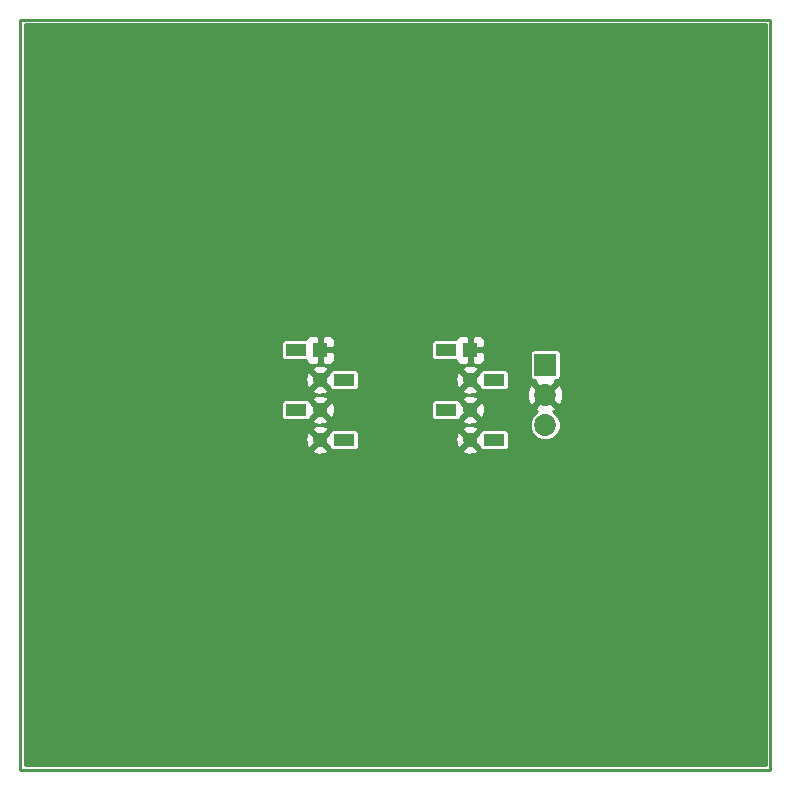
<source format=gbl>
G04 (created by PCBNEW-RS274X (20100406 SVN-R2509)-final) date Tue 04 May 2010 03:45:42 PM PDT*
G01*
G70*
G90*
%MOIN*%
G04 Gerber Fmt 3.4, Leading zero omitted, Abs format*
%FSLAX34Y34*%
G04 APERTURE LIST*
%ADD10C,0.001000*%
%ADD11C,0.009000*%
%ADD12R,0.050000X0.050000*%
%ADD13C,0.050000*%
%ADD14R,0.070000X0.040000*%
%ADD15C,0.073000*%
%ADD16R,0.073000X0.073000*%
%ADD17C,0.010000*%
G04 APERTURE END LIST*
G54D10*
G54D11*
X71000Y-28500D02*
X46000Y-28500D01*
X71000Y-53500D02*
X71000Y-28500D01*
X46000Y-53500D02*
X71000Y-53500D01*
X46000Y-28500D02*
X46000Y-53500D01*
G54D12*
X61000Y-39500D03*
G54D13*
X61000Y-40500D03*
X61000Y-41500D03*
X61000Y-42500D03*
G54D14*
X60200Y-39500D03*
X61800Y-40500D03*
X60200Y-41500D03*
X61800Y-42500D03*
G54D12*
X56000Y-39500D03*
G54D13*
X56000Y-40500D03*
X56000Y-41500D03*
X56000Y-42500D03*
G54D14*
X55200Y-39500D03*
X56800Y-40500D03*
X55200Y-41500D03*
X56800Y-42500D03*
G54D15*
X63500Y-41000D03*
X63500Y-42000D03*
G54D16*
X63500Y-40000D03*
G54D17*
X46145Y-28645D02*
X70855Y-28645D01*
X46145Y-28725D02*
X70855Y-28725D01*
X46145Y-28805D02*
X70855Y-28805D01*
X46145Y-28885D02*
X70855Y-28885D01*
X46145Y-28965D02*
X70855Y-28965D01*
X46145Y-29045D02*
X70855Y-29045D01*
X46145Y-29125D02*
X70855Y-29125D01*
X46145Y-29205D02*
X70855Y-29205D01*
X46145Y-29285D02*
X70855Y-29285D01*
X46145Y-29365D02*
X70855Y-29365D01*
X46145Y-29445D02*
X70855Y-29445D01*
X46145Y-29525D02*
X70855Y-29525D01*
X46145Y-29605D02*
X70855Y-29605D01*
X46145Y-29685D02*
X70855Y-29685D01*
X46145Y-29765D02*
X70855Y-29765D01*
X46145Y-29845D02*
X70855Y-29845D01*
X46145Y-29925D02*
X70855Y-29925D01*
X46145Y-30005D02*
X70855Y-30005D01*
X46145Y-30085D02*
X70855Y-30085D01*
X46145Y-30165D02*
X70855Y-30165D01*
X46145Y-30245D02*
X70855Y-30245D01*
X46145Y-30325D02*
X70855Y-30325D01*
X46145Y-30405D02*
X70855Y-30405D01*
X46145Y-30485D02*
X70855Y-30485D01*
X46145Y-30565D02*
X70855Y-30565D01*
X46145Y-30645D02*
X70855Y-30645D01*
X46145Y-30725D02*
X70855Y-30725D01*
X46145Y-30805D02*
X70855Y-30805D01*
X46145Y-30885D02*
X70855Y-30885D01*
X46145Y-30965D02*
X70855Y-30965D01*
X46145Y-31045D02*
X70855Y-31045D01*
X46145Y-31125D02*
X70855Y-31125D01*
X46145Y-31205D02*
X70855Y-31205D01*
X46145Y-31285D02*
X70855Y-31285D01*
X46145Y-31365D02*
X70855Y-31365D01*
X46145Y-31445D02*
X70855Y-31445D01*
X46145Y-31525D02*
X70855Y-31525D01*
X46145Y-31605D02*
X70855Y-31605D01*
X46145Y-31685D02*
X70855Y-31685D01*
X46145Y-31765D02*
X70855Y-31765D01*
X46145Y-31845D02*
X70855Y-31845D01*
X46145Y-31925D02*
X70855Y-31925D01*
X46145Y-32005D02*
X70855Y-32005D01*
X46145Y-32085D02*
X70855Y-32085D01*
X46145Y-32165D02*
X70855Y-32165D01*
X46145Y-32245D02*
X70855Y-32245D01*
X46145Y-32325D02*
X70855Y-32325D01*
X46145Y-32405D02*
X70855Y-32405D01*
X46145Y-32485D02*
X70855Y-32485D01*
X46145Y-32565D02*
X70855Y-32565D01*
X46145Y-32645D02*
X70855Y-32645D01*
X46145Y-32725D02*
X70855Y-32725D01*
X46145Y-32805D02*
X70855Y-32805D01*
X46145Y-32885D02*
X70855Y-32885D01*
X46145Y-32965D02*
X70855Y-32965D01*
X46145Y-33045D02*
X70855Y-33045D01*
X46145Y-33125D02*
X70855Y-33125D01*
X46145Y-33205D02*
X70855Y-33205D01*
X46145Y-33285D02*
X70855Y-33285D01*
X46145Y-33365D02*
X70855Y-33365D01*
X46145Y-33445D02*
X70855Y-33445D01*
X46145Y-33525D02*
X70855Y-33525D01*
X46145Y-33605D02*
X70855Y-33605D01*
X46145Y-33685D02*
X70855Y-33685D01*
X46145Y-33765D02*
X70855Y-33765D01*
X46145Y-33845D02*
X70855Y-33845D01*
X46145Y-33925D02*
X70855Y-33925D01*
X46145Y-34005D02*
X70855Y-34005D01*
X46145Y-34085D02*
X70855Y-34085D01*
X46145Y-34165D02*
X70855Y-34165D01*
X46145Y-34245D02*
X70855Y-34245D01*
X46145Y-34325D02*
X70855Y-34325D01*
X46145Y-34405D02*
X70855Y-34405D01*
X46145Y-34485D02*
X70855Y-34485D01*
X46145Y-34565D02*
X70855Y-34565D01*
X46145Y-34645D02*
X70855Y-34645D01*
X46145Y-34725D02*
X70855Y-34725D01*
X46145Y-34805D02*
X70855Y-34805D01*
X46145Y-34885D02*
X70855Y-34885D01*
X46145Y-34965D02*
X70855Y-34965D01*
X46145Y-35045D02*
X70855Y-35045D01*
X46145Y-35125D02*
X70855Y-35125D01*
X46145Y-35205D02*
X70855Y-35205D01*
X46145Y-35285D02*
X70855Y-35285D01*
X46145Y-35365D02*
X70855Y-35365D01*
X46145Y-35445D02*
X70855Y-35445D01*
X46145Y-35525D02*
X70855Y-35525D01*
X46145Y-35605D02*
X70855Y-35605D01*
X46145Y-35685D02*
X70855Y-35685D01*
X46145Y-35765D02*
X70855Y-35765D01*
X46145Y-35845D02*
X70855Y-35845D01*
X46145Y-35925D02*
X70855Y-35925D01*
X46145Y-36005D02*
X70855Y-36005D01*
X46145Y-36085D02*
X70855Y-36085D01*
X46145Y-36165D02*
X70855Y-36165D01*
X46145Y-36245D02*
X70855Y-36245D01*
X46145Y-36325D02*
X70855Y-36325D01*
X46145Y-36405D02*
X70855Y-36405D01*
X46145Y-36485D02*
X70855Y-36485D01*
X46145Y-36565D02*
X70855Y-36565D01*
X46145Y-36645D02*
X70855Y-36645D01*
X46145Y-36725D02*
X70855Y-36725D01*
X46145Y-36805D02*
X70855Y-36805D01*
X46145Y-36885D02*
X70855Y-36885D01*
X46145Y-36965D02*
X70855Y-36965D01*
X46145Y-37045D02*
X70855Y-37045D01*
X46145Y-37125D02*
X70855Y-37125D01*
X46145Y-37205D02*
X70855Y-37205D01*
X46145Y-37285D02*
X70855Y-37285D01*
X46145Y-37365D02*
X70855Y-37365D01*
X46145Y-37445D02*
X70855Y-37445D01*
X46145Y-37525D02*
X70855Y-37525D01*
X46145Y-37605D02*
X70855Y-37605D01*
X46145Y-37685D02*
X70855Y-37685D01*
X46145Y-37765D02*
X70855Y-37765D01*
X46145Y-37845D02*
X70855Y-37845D01*
X46145Y-37925D02*
X70855Y-37925D01*
X46145Y-38005D02*
X70855Y-38005D01*
X46145Y-38085D02*
X70855Y-38085D01*
X46145Y-38165D02*
X70855Y-38165D01*
X46145Y-38245D02*
X70855Y-38245D01*
X46145Y-38325D02*
X70855Y-38325D01*
X46145Y-38405D02*
X70855Y-38405D01*
X46145Y-38485D02*
X70855Y-38485D01*
X46145Y-38565D02*
X70855Y-38565D01*
X46145Y-38645D02*
X70855Y-38645D01*
X46145Y-38725D02*
X70855Y-38725D01*
X46145Y-38805D02*
X70855Y-38805D01*
X46145Y-38885D02*
X70855Y-38885D01*
X46145Y-38965D02*
X70855Y-38965D01*
X46145Y-39045D02*
X55603Y-39045D01*
X55933Y-39045D02*
X56067Y-39045D01*
X56397Y-39045D02*
X60603Y-39045D01*
X60933Y-39045D02*
X61067Y-39045D01*
X61397Y-39045D02*
X70855Y-39045D01*
X46145Y-39125D02*
X55533Y-39125D01*
X55950Y-39125D02*
X56050Y-39125D01*
X56468Y-39125D02*
X60533Y-39125D01*
X60950Y-39125D02*
X61050Y-39125D01*
X61468Y-39125D02*
X70855Y-39125D01*
X46145Y-39205D02*
X54734Y-39205D01*
X55950Y-39205D02*
X56050Y-39205D01*
X56500Y-39205D02*
X59734Y-39205D01*
X60950Y-39205D02*
X61050Y-39205D01*
X61500Y-39205D02*
X70855Y-39205D01*
X46145Y-39285D02*
X54701Y-39285D01*
X55950Y-39285D02*
X56050Y-39285D01*
X56500Y-39285D02*
X59701Y-39285D01*
X60950Y-39285D02*
X61050Y-39285D01*
X61500Y-39285D02*
X70855Y-39285D01*
X46145Y-39365D02*
X54701Y-39365D01*
X55950Y-39365D02*
X56050Y-39365D01*
X56500Y-39365D02*
X59701Y-39365D01*
X60950Y-39365D02*
X61050Y-39365D01*
X61500Y-39365D02*
X70855Y-39365D01*
X46145Y-39445D02*
X54701Y-39445D01*
X55950Y-39445D02*
X56050Y-39445D01*
X56443Y-39445D02*
X59701Y-39445D01*
X60950Y-39445D02*
X61050Y-39445D01*
X61443Y-39445D02*
X70855Y-39445D01*
X46145Y-39525D02*
X54701Y-39525D01*
X55950Y-39525D02*
X59701Y-39525D01*
X60950Y-39525D02*
X63034Y-39525D01*
X63966Y-39525D02*
X70855Y-39525D01*
X46145Y-39605D02*
X54701Y-39605D01*
X55950Y-39605D02*
X56050Y-39605D01*
X56493Y-39605D02*
X59701Y-39605D01*
X60950Y-39605D02*
X61050Y-39605D01*
X61493Y-39605D02*
X62987Y-39605D01*
X64014Y-39605D02*
X70855Y-39605D01*
X46145Y-39685D02*
X54701Y-39685D01*
X55950Y-39685D02*
X56050Y-39685D01*
X56499Y-39685D02*
X59701Y-39685D01*
X60950Y-39685D02*
X61050Y-39685D01*
X61499Y-39685D02*
X62986Y-39685D01*
X64014Y-39685D02*
X70855Y-39685D01*
X46145Y-39765D02*
X54715Y-39765D01*
X55950Y-39765D02*
X56050Y-39765D01*
X56499Y-39765D02*
X59715Y-39765D01*
X60950Y-39765D02*
X61050Y-39765D01*
X61499Y-39765D02*
X62986Y-39765D01*
X64014Y-39765D02*
X70855Y-39765D01*
X46145Y-39845D02*
X54811Y-39845D01*
X55950Y-39845D02*
X56050Y-39845D01*
X56480Y-39845D02*
X59811Y-39845D01*
X60950Y-39845D02*
X61050Y-39845D01*
X61480Y-39845D02*
X62986Y-39845D01*
X64014Y-39845D02*
X70855Y-39845D01*
X46145Y-39925D02*
X55573Y-39925D01*
X55950Y-39925D02*
X56050Y-39925D01*
X56427Y-39925D02*
X60573Y-39925D01*
X60950Y-39925D02*
X61050Y-39925D01*
X61427Y-39925D02*
X62986Y-39925D01*
X64014Y-39925D02*
X70855Y-39925D01*
X46145Y-40005D02*
X56068Y-40005D01*
X56068Y-40005D02*
X61068Y-40005D01*
X61068Y-40005D02*
X62986Y-40005D01*
X64014Y-40005D02*
X70855Y-40005D01*
X46145Y-40085D02*
X55745Y-40085D01*
X56256Y-40085D02*
X60745Y-40085D01*
X61256Y-40085D02*
X62986Y-40085D01*
X64014Y-40085D02*
X70855Y-40085D01*
X46145Y-40165D02*
X55736Y-40165D01*
X56264Y-40165D02*
X56387Y-40165D01*
X57214Y-40165D02*
X60736Y-40165D01*
X61264Y-40165D02*
X61387Y-40165D01*
X62214Y-40165D02*
X62986Y-40165D01*
X64014Y-40165D02*
X70855Y-40165D01*
X46145Y-40245D02*
X55583Y-40245D01*
X55674Y-40245D02*
X55816Y-40245D01*
X56184Y-40245D02*
X56311Y-40245D01*
X57289Y-40245D02*
X60583Y-40245D01*
X60674Y-40245D02*
X60816Y-40245D01*
X61184Y-40245D02*
X61311Y-40245D01*
X62289Y-40245D02*
X62986Y-40245D01*
X64014Y-40245D02*
X70855Y-40245D01*
X46145Y-40325D02*
X55543Y-40325D01*
X55754Y-40325D02*
X55896Y-40325D01*
X56104Y-40325D02*
X56246Y-40325D01*
X57299Y-40325D02*
X60543Y-40325D01*
X60754Y-40325D02*
X60896Y-40325D01*
X61104Y-40325D02*
X61246Y-40325D01*
X62299Y-40325D02*
X62986Y-40325D01*
X64014Y-40325D02*
X70855Y-40325D01*
X46145Y-40405D02*
X55515Y-40405D01*
X55834Y-40405D02*
X55976Y-40405D01*
X56024Y-40405D02*
X56166Y-40405D01*
X57299Y-40405D02*
X60515Y-40405D01*
X60834Y-40405D02*
X60976Y-40405D01*
X61024Y-40405D02*
X61166Y-40405D01*
X62299Y-40405D02*
X62990Y-40405D01*
X64009Y-40405D02*
X70855Y-40405D01*
X46145Y-40485D02*
X55508Y-40485D01*
X55914Y-40485D02*
X56086Y-40485D01*
X57299Y-40485D02*
X60508Y-40485D01*
X60914Y-40485D02*
X61086Y-40485D01*
X62299Y-40485D02*
X63044Y-40485D01*
X63956Y-40485D02*
X70855Y-40485D01*
X46145Y-40565D02*
X55513Y-40565D01*
X55864Y-40565D02*
X56136Y-40565D01*
X57299Y-40565D02*
X60513Y-40565D01*
X60864Y-40565D02*
X61136Y-40565D01*
X62299Y-40565D02*
X63150Y-40565D01*
X63851Y-40565D02*
X70855Y-40565D01*
X46145Y-40645D02*
X55524Y-40645D01*
X55784Y-40645D02*
X55926Y-40645D01*
X56074Y-40645D02*
X56216Y-40645D01*
X57299Y-40645D02*
X60524Y-40645D01*
X60784Y-40645D02*
X60926Y-40645D01*
X61074Y-40645D02*
X61216Y-40645D01*
X62299Y-40645D02*
X63215Y-40645D01*
X63784Y-40645D02*
X70855Y-40645D01*
X46145Y-40725D02*
X55557Y-40725D01*
X55704Y-40725D02*
X55846Y-40725D01*
X56154Y-40725D02*
X56296Y-40725D01*
X57299Y-40725D02*
X60557Y-40725D01*
X60704Y-40725D02*
X60846Y-40725D01*
X61154Y-40725D02*
X61296Y-40725D01*
X62299Y-40725D02*
X62959Y-40725D01*
X63155Y-40725D02*
X63295Y-40725D01*
X63704Y-40725D02*
X63846Y-40725D01*
X64044Y-40725D02*
X70855Y-40725D01*
X46145Y-40805D02*
X55766Y-40805D01*
X56234Y-40805D02*
X56344Y-40805D01*
X57256Y-40805D02*
X60766Y-40805D01*
X61234Y-40805D02*
X61344Y-40805D01*
X62256Y-40805D02*
X62930Y-40805D01*
X63235Y-40805D02*
X63375Y-40805D01*
X63624Y-40805D02*
X63766Y-40805D01*
X64077Y-40805D02*
X70855Y-40805D01*
X46145Y-40885D02*
X55737Y-40885D01*
X56262Y-40885D02*
X60737Y-40885D01*
X61262Y-40885D02*
X62901Y-40885D01*
X63315Y-40885D02*
X63455Y-40885D01*
X63544Y-40885D02*
X63686Y-40885D01*
X64099Y-40885D02*
X70855Y-40885D01*
X46145Y-40965D02*
X55845Y-40965D01*
X56170Y-40965D02*
X60845Y-40965D01*
X61170Y-40965D02*
X62895Y-40965D01*
X63395Y-40965D02*
X63606Y-40965D01*
X64102Y-40965D02*
X70855Y-40965D01*
X46145Y-41045D02*
X55806Y-41045D01*
X56183Y-41045D02*
X60806Y-41045D01*
X61183Y-41045D02*
X62898Y-41045D01*
X63384Y-41045D02*
X63615Y-41045D01*
X64105Y-41045D02*
X70855Y-41045D01*
X46145Y-41125D02*
X55736Y-41125D01*
X56265Y-41125D02*
X60736Y-41125D01*
X61265Y-41125D02*
X62902Y-41125D01*
X63304Y-41125D02*
X63446Y-41125D01*
X63555Y-41125D02*
X63695Y-41125D01*
X64096Y-41125D02*
X70855Y-41125D01*
X46145Y-41205D02*
X54734Y-41205D01*
X55666Y-41205D02*
X55776Y-41205D01*
X56224Y-41205D02*
X59734Y-41205D01*
X60667Y-41205D02*
X60776Y-41205D01*
X61224Y-41205D02*
X62927Y-41205D01*
X63224Y-41205D02*
X63366Y-41205D01*
X63635Y-41205D02*
X63775Y-41205D01*
X64066Y-41205D02*
X70855Y-41205D01*
X46145Y-41285D02*
X54701Y-41285D01*
X55714Y-41285D02*
X55856Y-41285D01*
X56144Y-41285D02*
X56286Y-41285D01*
X56447Y-41285D02*
X59701Y-41285D01*
X60714Y-41285D02*
X60856Y-41285D01*
X61144Y-41285D02*
X61286Y-41285D01*
X61447Y-41285D02*
X62960Y-41285D01*
X63144Y-41285D02*
X63286Y-41285D01*
X63715Y-41285D02*
X63855Y-41285D01*
X64037Y-41285D02*
X70855Y-41285D01*
X46145Y-41365D02*
X54701Y-41365D01*
X55794Y-41365D02*
X55936Y-41365D01*
X56064Y-41365D02*
X56206Y-41365D01*
X56480Y-41365D02*
X59701Y-41365D01*
X60794Y-41365D02*
X60936Y-41365D01*
X61064Y-41365D02*
X61206Y-41365D01*
X61480Y-41365D02*
X63206Y-41365D01*
X63795Y-41365D02*
X70855Y-41365D01*
X46145Y-41445D02*
X54701Y-41445D01*
X55874Y-41445D02*
X56126Y-41445D01*
X56488Y-41445D02*
X59701Y-41445D01*
X60874Y-41445D02*
X61126Y-41445D01*
X61488Y-41445D02*
X63153Y-41445D01*
X63846Y-41445D02*
X70855Y-41445D01*
X46145Y-41525D02*
X54701Y-41525D01*
X55903Y-41525D02*
X56096Y-41525D01*
X56493Y-41525D02*
X59701Y-41525D01*
X60903Y-41525D02*
X61096Y-41525D01*
X61493Y-41525D02*
X63180Y-41525D01*
X63820Y-41525D02*
X70855Y-41525D01*
X46145Y-41605D02*
X54701Y-41605D01*
X55823Y-41605D02*
X55966Y-41605D01*
X56034Y-41605D02*
X56176Y-41605D01*
X56482Y-41605D02*
X59701Y-41605D01*
X60823Y-41605D02*
X60966Y-41605D01*
X61034Y-41605D02*
X61176Y-41605D01*
X61482Y-41605D02*
X63167Y-41605D01*
X63833Y-41605D02*
X70855Y-41605D01*
X46145Y-41685D02*
X54701Y-41685D01*
X55743Y-41685D02*
X55886Y-41685D01*
X56114Y-41685D02*
X56256Y-41685D01*
X56454Y-41685D02*
X59701Y-41685D01*
X60743Y-41685D02*
X60886Y-41685D01*
X61114Y-41685D02*
X61256Y-41685D01*
X61454Y-41685D02*
X63087Y-41685D01*
X63913Y-41685D02*
X70855Y-41685D01*
X46145Y-41765D02*
X54715Y-41765D01*
X55684Y-41765D02*
X55806Y-41765D01*
X56194Y-41765D02*
X56336Y-41765D01*
X56373Y-41765D02*
X59715Y-41765D01*
X60684Y-41765D02*
X60806Y-41765D01*
X61194Y-41765D02*
X61336Y-41765D01*
X61373Y-41765D02*
X63041Y-41765D01*
X63961Y-41765D02*
X70855Y-41765D01*
X46145Y-41845D02*
X54811Y-41845D01*
X55589Y-41845D02*
X55728Y-41845D01*
X56271Y-41845D02*
X59811Y-41845D01*
X60589Y-41845D02*
X60728Y-41845D01*
X61271Y-41845D02*
X63007Y-41845D01*
X63994Y-41845D02*
X70855Y-41845D01*
X46145Y-41925D02*
X55746Y-41925D01*
X56253Y-41925D02*
X60746Y-41925D01*
X61253Y-41925D02*
X62985Y-41925D01*
X64015Y-41925D02*
X70855Y-41925D01*
X46145Y-42005D02*
X56068Y-42005D01*
X56068Y-42005D02*
X61068Y-42005D01*
X61068Y-42005D02*
X62985Y-42005D01*
X64015Y-42005D02*
X70855Y-42005D01*
X46145Y-42085D02*
X55745Y-42085D01*
X56256Y-42085D02*
X60745Y-42085D01*
X61256Y-42085D02*
X62985Y-42085D01*
X64015Y-42085D02*
X70855Y-42085D01*
X46145Y-42165D02*
X55736Y-42165D01*
X56264Y-42165D02*
X56387Y-42165D01*
X57214Y-42165D02*
X60736Y-42165D01*
X61264Y-42165D02*
X61387Y-42165D01*
X62214Y-42165D02*
X63011Y-42165D01*
X63989Y-42165D02*
X70855Y-42165D01*
X46145Y-42245D02*
X55583Y-42245D01*
X55674Y-42245D02*
X55816Y-42245D01*
X56184Y-42245D02*
X56311Y-42245D01*
X57289Y-42245D02*
X60583Y-42245D01*
X60674Y-42245D02*
X60816Y-42245D01*
X61184Y-42245D02*
X61311Y-42245D01*
X62289Y-42245D02*
X63044Y-42245D01*
X63955Y-42245D02*
X70855Y-42245D01*
X46145Y-42325D02*
X55543Y-42325D01*
X55754Y-42325D02*
X55896Y-42325D01*
X56104Y-42325D02*
X56246Y-42325D01*
X57299Y-42325D02*
X60543Y-42325D01*
X60754Y-42325D02*
X60896Y-42325D01*
X61104Y-42325D02*
X61246Y-42325D01*
X62299Y-42325D02*
X63097Y-42325D01*
X63903Y-42325D02*
X70855Y-42325D01*
X46145Y-42405D02*
X55515Y-42405D01*
X55834Y-42405D02*
X55976Y-42405D01*
X56024Y-42405D02*
X56166Y-42405D01*
X57299Y-42405D02*
X60515Y-42405D01*
X60834Y-42405D02*
X60976Y-42405D01*
X61024Y-42405D02*
X61166Y-42405D01*
X62299Y-42405D02*
X63177Y-42405D01*
X63823Y-42405D02*
X70855Y-42405D01*
X46145Y-42485D02*
X55508Y-42485D01*
X55914Y-42485D02*
X56086Y-42485D01*
X57299Y-42485D02*
X60508Y-42485D01*
X60914Y-42485D02*
X61086Y-42485D01*
X62299Y-42485D02*
X63325Y-42485D01*
X63674Y-42485D02*
X70855Y-42485D01*
X46145Y-42565D02*
X55513Y-42565D01*
X55864Y-42565D02*
X56136Y-42565D01*
X57299Y-42565D02*
X60513Y-42565D01*
X60864Y-42565D02*
X61136Y-42565D01*
X62299Y-42565D02*
X70855Y-42565D01*
X46145Y-42645D02*
X55524Y-42645D01*
X55784Y-42645D02*
X55926Y-42645D01*
X56074Y-42645D02*
X56216Y-42645D01*
X57299Y-42645D02*
X60524Y-42645D01*
X60784Y-42645D02*
X60926Y-42645D01*
X61074Y-42645D02*
X61216Y-42645D01*
X62299Y-42645D02*
X70855Y-42645D01*
X46145Y-42725D02*
X55557Y-42725D01*
X55704Y-42725D02*
X55846Y-42725D01*
X56154Y-42725D02*
X56296Y-42725D01*
X57299Y-42725D02*
X60557Y-42725D01*
X60704Y-42725D02*
X60846Y-42725D01*
X61154Y-42725D02*
X61296Y-42725D01*
X62299Y-42725D02*
X70855Y-42725D01*
X46145Y-42805D02*
X55766Y-42805D01*
X56234Y-42805D02*
X56344Y-42805D01*
X57256Y-42805D02*
X60766Y-42805D01*
X61234Y-42805D02*
X61344Y-42805D01*
X62256Y-42805D02*
X70855Y-42805D01*
X46145Y-42885D02*
X55737Y-42885D01*
X56262Y-42885D02*
X60737Y-42885D01*
X61262Y-42885D02*
X70855Y-42885D01*
X46145Y-42965D02*
X55845Y-42965D01*
X56170Y-42965D02*
X60845Y-42965D01*
X61170Y-42965D02*
X70855Y-42965D01*
X46145Y-43045D02*
X70855Y-43045D01*
X46145Y-43125D02*
X70855Y-43125D01*
X46145Y-43205D02*
X70855Y-43205D01*
X46145Y-43285D02*
X70855Y-43285D01*
X46145Y-43365D02*
X70855Y-43365D01*
X46145Y-43445D02*
X70855Y-43445D01*
X46145Y-43525D02*
X70855Y-43525D01*
X46145Y-43605D02*
X70855Y-43605D01*
X46145Y-43685D02*
X70855Y-43685D01*
X46145Y-43765D02*
X70855Y-43765D01*
X46145Y-43845D02*
X70855Y-43845D01*
X46145Y-43925D02*
X70855Y-43925D01*
X46145Y-44005D02*
X70855Y-44005D01*
X46145Y-44085D02*
X70855Y-44085D01*
X46145Y-44165D02*
X70855Y-44165D01*
X46145Y-44245D02*
X70855Y-44245D01*
X46145Y-44325D02*
X70855Y-44325D01*
X46145Y-44405D02*
X70855Y-44405D01*
X46145Y-44485D02*
X70855Y-44485D01*
X46145Y-44565D02*
X70855Y-44565D01*
X46145Y-44645D02*
X70855Y-44645D01*
X46145Y-44725D02*
X70855Y-44725D01*
X46145Y-44805D02*
X70855Y-44805D01*
X46145Y-44885D02*
X70855Y-44885D01*
X46145Y-44965D02*
X70855Y-44965D01*
X46145Y-45045D02*
X70855Y-45045D01*
X46145Y-45125D02*
X70855Y-45125D01*
X46145Y-45205D02*
X70855Y-45205D01*
X46145Y-45285D02*
X70855Y-45285D01*
X46145Y-45365D02*
X70855Y-45365D01*
X46145Y-45445D02*
X70855Y-45445D01*
X46145Y-45525D02*
X70855Y-45525D01*
X46145Y-45605D02*
X70855Y-45605D01*
X46145Y-45685D02*
X70855Y-45685D01*
X46145Y-45765D02*
X70855Y-45765D01*
X46145Y-45845D02*
X70855Y-45845D01*
X46145Y-45925D02*
X70855Y-45925D01*
X46145Y-46005D02*
X70855Y-46005D01*
X46145Y-46085D02*
X70855Y-46085D01*
X46145Y-46165D02*
X70855Y-46165D01*
X46145Y-46245D02*
X70855Y-46245D01*
X46145Y-46325D02*
X70855Y-46325D01*
X46145Y-46405D02*
X70855Y-46405D01*
X46145Y-46485D02*
X70855Y-46485D01*
X46145Y-46565D02*
X70855Y-46565D01*
X46145Y-46645D02*
X70855Y-46645D01*
X46145Y-46725D02*
X70855Y-46725D01*
X46145Y-46805D02*
X70855Y-46805D01*
X46145Y-46885D02*
X70855Y-46885D01*
X46145Y-46965D02*
X70855Y-46965D01*
X46145Y-47045D02*
X70855Y-47045D01*
X46145Y-47125D02*
X70855Y-47125D01*
X46145Y-47205D02*
X70855Y-47205D01*
X46145Y-47285D02*
X70855Y-47285D01*
X46145Y-47365D02*
X70855Y-47365D01*
X46145Y-47445D02*
X70855Y-47445D01*
X46145Y-47525D02*
X70855Y-47525D01*
X46145Y-47605D02*
X70855Y-47605D01*
X46145Y-47685D02*
X70855Y-47685D01*
X46145Y-47765D02*
X70855Y-47765D01*
X46145Y-47845D02*
X70855Y-47845D01*
X46145Y-47925D02*
X70855Y-47925D01*
X46145Y-48005D02*
X70855Y-48005D01*
X46145Y-48085D02*
X70855Y-48085D01*
X46145Y-48165D02*
X70855Y-48165D01*
X46145Y-48245D02*
X70855Y-48245D01*
X46145Y-48325D02*
X70855Y-48325D01*
X46145Y-48405D02*
X70855Y-48405D01*
X46145Y-48485D02*
X70855Y-48485D01*
X46145Y-48565D02*
X70855Y-48565D01*
X46145Y-48645D02*
X70855Y-48645D01*
X46145Y-48725D02*
X70855Y-48725D01*
X46145Y-48805D02*
X70855Y-48805D01*
X46145Y-48885D02*
X70855Y-48885D01*
X46145Y-48965D02*
X70855Y-48965D01*
X46145Y-49045D02*
X70855Y-49045D01*
X46145Y-49125D02*
X70855Y-49125D01*
X46145Y-49205D02*
X70855Y-49205D01*
X46145Y-49285D02*
X70855Y-49285D01*
X46145Y-49365D02*
X70855Y-49365D01*
X46145Y-49445D02*
X70855Y-49445D01*
X46145Y-49525D02*
X70855Y-49525D01*
X46145Y-49605D02*
X70855Y-49605D01*
X46145Y-49685D02*
X70855Y-49685D01*
X46145Y-49765D02*
X70855Y-49765D01*
X46145Y-49845D02*
X70855Y-49845D01*
X46145Y-49925D02*
X70855Y-49925D01*
X46145Y-50005D02*
X70855Y-50005D01*
X46145Y-50085D02*
X70855Y-50085D01*
X46145Y-50165D02*
X70855Y-50165D01*
X46145Y-50245D02*
X70855Y-50245D01*
X46145Y-50325D02*
X70855Y-50325D01*
X46145Y-50405D02*
X70855Y-50405D01*
X46145Y-50485D02*
X70855Y-50485D01*
X46145Y-50565D02*
X70855Y-50565D01*
X46145Y-50645D02*
X70855Y-50645D01*
X46145Y-50725D02*
X70855Y-50725D01*
X46145Y-50805D02*
X70855Y-50805D01*
X46145Y-50885D02*
X70855Y-50885D01*
X46145Y-50965D02*
X70855Y-50965D01*
X46145Y-51045D02*
X70855Y-51045D01*
X46145Y-51125D02*
X70855Y-51125D01*
X46145Y-51205D02*
X70855Y-51205D01*
X46145Y-51285D02*
X70855Y-51285D01*
X46145Y-51365D02*
X70855Y-51365D01*
X46145Y-51445D02*
X70855Y-51445D01*
X46145Y-51525D02*
X70855Y-51525D01*
X46145Y-51605D02*
X70855Y-51605D01*
X46145Y-51685D02*
X70855Y-51685D01*
X46145Y-51765D02*
X70855Y-51765D01*
X46145Y-51845D02*
X70855Y-51845D01*
X46145Y-51925D02*
X70855Y-51925D01*
X46145Y-52005D02*
X70855Y-52005D01*
X46145Y-52085D02*
X70855Y-52085D01*
X46145Y-52165D02*
X70855Y-52165D01*
X46145Y-52245D02*
X70855Y-52245D01*
X46145Y-52325D02*
X70855Y-52325D01*
X46145Y-52405D02*
X70855Y-52405D01*
X46145Y-52485D02*
X70855Y-52485D01*
X46145Y-52565D02*
X70855Y-52565D01*
X46145Y-52645D02*
X70855Y-52645D01*
X46145Y-52725D02*
X70855Y-52725D01*
X46145Y-52805D02*
X70855Y-52805D01*
X46145Y-52885D02*
X70855Y-52885D01*
X46145Y-52965D02*
X70855Y-52965D01*
X46145Y-53045D02*
X70855Y-53045D01*
X46145Y-53125D02*
X70855Y-53125D01*
X46145Y-53205D02*
X70855Y-53205D01*
X46145Y-53285D02*
X70855Y-53285D01*
X70855Y-53355D02*
X70855Y-28645D01*
X46145Y-28645D01*
X46145Y-53355D01*
X54821Y-53355D01*
X54821Y-41849D01*
X54766Y-41827D01*
X54724Y-41785D01*
X54701Y-41730D01*
X54701Y-41271D01*
X54723Y-41216D01*
X54765Y-41174D01*
X54820Y-41151D01*
X55579Y-41151D01*
X55634Y-41173D01*
X55657Y-41196D01*
X55657Y-40772D01*
X55569Y-40752D01*
X55517Y-40627D01*
X55505Y-40432D01*
X55569Y-40248D01*
X55657Y-40228D01*
X55929Y-40500D01*
X55657Y-40772D01*
X55657Y-41196D01*
X55676Y-41215D01*
X55699Y-41270D01*
X55929Y-41500D01*
X55698Y-41730D01*
X55677Y-41784D01*
X55635Y-41826D01*
X55580Y-41849D01*
X54821Y-41849D01*
X54821Y-53355D01*
X55657Y-53355D01*
X55657Y-42772D01*
X55569Y-42752D01*
X55517Y-42627D01*
X55505Y-42432D01*
X55569Y-42248D01*
X55657Y-42228D01*
X55929Y-42500D01*
X55657Y-42772D01*
X55657Y-53355D01*
X55932Y-53355D01*
X55932Y-42995D01*
X55748Y-42931D01*
X55728Y-42843D01*
X56000Y-42571D01*
X56000Y-42429D01*
X55728Y-42157D01*
X55748Y-42069D01*
X55873Y-42017D01*
X55932Y-42013D01*
X55932Y-41995D01*
X55748Y-41931D01*
X55728Y-41843D01*
X56000Y-41571D01*
X56000Y-41429D01*
X55728Y-41157D01*
X55748Y-41069D01*
X55873Y-41017D01*
X55932Y-41013D01*
X55932Y-40995D01*
X55748Y-40931D01*
X55728Y-40843D01*
X56000Y-40571D01*
X56000Y-40429D01*
X55728Y-40157D01*
X55748Y-40069D01*
X55873Y-40017D01*
X55888Y-40016D01*
X55888Y-40000D01*
X55799Y-39999D01*
X55700Y-39999D01*
X55609Y-39961D01*
X55539Y-39891D01*
X55521Y-39849D01*
X54821Y-39849D01*
X54766Y-39827D01*
X54724Y-39785D01*
X54701Y-39730D01*
X54701Y-39271D01*
X54723Y-39216D01*
X54765Y-39174D01*
X54820Y-39151D01*
X55521Y-39151D01*
X55539Y-39109D01*
X55609Y-39039D01*
X55700Y-39001D01*
X55799Y-39001D01*
X55888Y-39000D01*
X55950Y-39062D01*
X55950Y-39450D01*
X55950Y-39550D01*
X55950Y-39938D01*
X55888Y-40000D01*
X55888Y-40016D01*
X56068Y-40005D01*
X56112Y-40020D01*
X56112Y-40000D01*
X56050Y-39938D01*
X56050Y-39550D01*
X56050Y-39450D01*
X56050Y-39062D01*
X56112Y-39000D01*
X56201Y-39001D01*
X56300Y-39001D01*
X56391Y-39039D01*
X56461Y-39109D01*
X56499Y-39201D01*
X56500Y-39388D01*
X56438Y-39450D01*
X56050Y-39450D01*
X56050Y-39550D01*
X56438Y-39550D01*
X56500Y-39612D01*
X56499Y-39799D01*
X56461Y-39891D01*
X56391Y-39961D01*
X56300Y-39999D01*
X56201Y-39999D01*
X56112Y-40000D01*
X56112Y-40020D01*
X56252Y-40069D01*
X56272Y-40157D01*
X56000Y-40429D01*
X56000Y-40571D01*
X56272Y-40843D01*
X56252Y-40931D01*
X56127Y-40983D01*
X55932Y-40995D01*
X55932Y-41013D01*
X56068Y-41005D01*
X56252Y-41069D01*
X56272Y-41157D01*
X56000Y-41429D01*
X56000Y-41571D01*
X56272Y-41843D01*
X56252Y-41931D01*
X56127Y-41983D01*
X55932Y-41995D01*
X55932Y-42013D01*
X56068Y-42005D01*
X56252Y-42069D01*
X56272Y-42157D01*
X56000Y-42429D01*
X56000Y-42571D01*
X56272Y-42843D01*
X56252Y-42931D01*
X56127Y-42983D01*
X55932Y-42995D01*
X55932Y-53355D01*
X56421Y-53355D01*
X56421Y-42849D01*
X56366Y-42827D01*
X56324Y-42785D01*
X56301Y-42730D01*
X56071Y-42500D01*
X56301Y-42269D01*
X56323Y-42216D01*
X56343Y-42196D01*
X56343Y-41772D01*
X56071Y-41500D01*
X56343Y-41228D01*
X56421Y-41245D01*
X56421Y-40849D01*
X56366Y-40827D01*
X56324Y-40785D01*
X56301Y-40730D01*
X56071Y-40500D01*
X56301Y-40269D01*
X56323Y-40216D01*
X56365Y-40174D01*
X56420Y-40151D01*
X57179Y-40151D01*
X57234Y-40173D01*
X57276Y-40215D01*
X57299Y-40270D01*
X57299Y-40729D01*
X57277Y-40784D01*
X57235Y-40826D01*
X57180Y-40849D01*
X56421Y-40849D01*
X56421Y-41245D01*
X56431Y-41248D01*
X56483Y-41373D01*
X56495Y-41568D01*
X56431Y-41752D01*
X56421Y-41754D01*
X56343Y-41772D01*
X56343Y-42196D01*
X56365Y-42174D01*
X56420Y-42151D01*
X57179Y-42151D01*
X57234Y-42173D01*
X57276Y-42215D01*
X57299Y-42270D01*
X57299Y-42729D01*
X57277Y-42784D01*
X57235Y-42826D01*
X57180Y-42849D01*
X56421Y-42849D01*
X56421Y-53355D01*
X59821Y-53355D01*
X59821Y-41849D01*
X59766Y-41827D01*
X59724Y-41785D01*
X59701Y-41730D01*
X59701Y-41271D01*
X59723Y-41216D01*
X59765Y-41174D01*
X59820Y-41151D01*
X60579Y-41151D01*
X60634Y-41173D01*
X60657Y-41195D01*
X60657Y-40772D01*
X60569Y-40752D01*
X60517Y-40627D01*
X60505Y-40432D01*
X60569Y-40248D01*
X60657Y-40228D01*
X60929Y-40500D01*
X60657Y-40772D01*
X60657Y-41195D01*
X60676Y-41215D01*
X60699Y-41270D01*
X60929Y-41500D01*
X60698Y-41730D01*
X60677Y-41784D01*
X60635Y-41826D01*
X60580Y-41849D01*
X59821Y-41849D01*
X59821Y-53355D01*
X60657Y-53355D01*
X60657Y-42772D01*
X60569Y-42752D01*
X60517Y-42627D01*
X60505Y-42432D01*
X60569Y-42248D01*
X60657Y-42228D01*
X60929Y-42500D01*
X60657Y-42772D01*
X60657Y-53355D01*
X60932Y-53355D01*
X60932Y-42995D01*
X60748Y-42931D01*
X60728Y-42843D01*
X61000Y-42571D01*
X61000Y-42429D01*
X60728Y-42157D01*
X60748Y-42069D01*
X60873Y-42017D01*
X60932Y-42013D01*
X60932Y-41995D01*
X60748Y-41931D01*
X60728Y-41843D01*
X61000Y-41571D01*
X61000Y-41429D01*
X60728Y-41157D01*
X60748Y-41069D01*
X60873Y-41017D01*
X60932Y-41013D01*
X60932Y-40995D01*
X60748Y-40931D01*
X60728Y-40843D01*
X61000Y-40571D01*
X61000Y-40429D01*
X60728Y-40157D01*
X60748Y-40069D01*
X60873Y-40017D01*
X60888Y-40016D01*
X60888Y-40000D01*
X60799Y-39999D01*
X60700Y-39999D01*
X60609Y-39961D01*
X60539Y-39891D01*
X60521Y-39849D01*
X59821Y-39849D01*
X59766Y-39827D01*
X59724Y-39785D01*
X59701Y-39730D01*
X59701Y-39271D01*
X59723Y-39216D01*
X59765Y-39174D01*
X59820Y-39151D01*
X60521Y-39151D01*
X60539Y-39109D01*
X60609Y-39039D01*
X60700Y-39001D01*
X60799Y-39001D01*
X60888Y-39000D01*
X60950Y-39062D01*
X60950Y-39450D01*
X60950Y-39550D01*
X60950Y-39938D01*
X60888Y-40000D01*
X60888Y-40016D01*
X61068Y-40005D01*
X61112Y-40020D01*
X61112Y-40000D01*
X61050Y-39938D01*
X61050Y-39550D01*
X61050Y-39450D01*
X61050Y-39062D01*
X61112Y-39000D01*
X61201Y-39001D01*
X61300Y-39001D01*
X61391Y-39039D01*
X61461Y-39109D01*
X61499Y-39201D01*
X61500Y-39388D01*
X61438Y-39450D01*
X61050Y-39450D01*
X61050Y-39550D01*
X61438Y-39550D01*
X61500Y-39612D01*
X61499Y-39799D01*
X61461Y-39891D01*
X61391Y-39961D01*
X61300Y-39999D01*
X61201Y-39999D01*
X61112Y-40000D01*
X61112Y-40020D01*
X61252Y-40069D01*
X61272Y-40157D01*
X61000Y-40429D01*
X61000Y-40571D01*
X61272Y-40843D01*
X61252Y-40931D01*
X61127Y-40983D01*
X60932Y-40995D01*
X60932Y-41013D01*
X61068Y-41005D01*
X61252Y-41069D01*
X61272Y-41157D01*
X61000Y-41429D01*
X61000Y-41571D01*
X61272Y-41843D01*
X61252Y-41931D01*
X61127Y-41983D01*
X60932Y-41995D01*
X60932Y-42013D01*
X61068Y-42005D01*
X61252Y-42069D01*
X61272Y-42157D01*
X61000Y-42429D01*
X61000Y-42571D01*
X61272Y-42843D01*
X61252Y-42931D01*
X61127Y-42983D01*
X60932Y-42995D01*
X60932Y-53355D01*
X61421Y-53355D01*
X61421Y-42849D01*
X61366Y-42827D01*
X61324Y-42785D01*
X61301Y-42730D01*
X61071Y-42500D01*
X61301Y-42269D01*
X61323Y-42216D01*
X61343Y-42196D01*
X61343Y-41772D01*
X61071Y-41500D01*
X61343Y-41228D01*
X61421Y-41245D01*
X61421Y-40849D01*
X61366Y-40827D01*
X61324Y-40785D01*
X61301Y-40730D01*
X61071Y-40500D01*
X61301Y-40269D01*
X61323Y-40216D01*
X61365Y-40174D01*
X61420Y-40151D01*
X62179Y-40151D01*
X62234Y-40173D01*
X62276Y-40215D01*
X62299Y-40270D01*
X62299Y-40729D01*
X62277Y-40784D01*
X62235Y-40826D01*
X62180Y-40849D01*
X61421Y-40849D01*
X61421Y-41245D01*
X61431Y-41248D01*
X61483Y-41373D01*
X61495Y-41568D01*
X61431Y-41752D01*
X61421Y-41754D01*
X61343Y-41772D01*
X61343Y-42196D01*
X61365Y-42174D01*
X61420Y-42151D01*
X62179Y-42151D01*
X62234Y-42173D01*
X62276Y-42215D01*
X62299Y-42270D01*
X62299Y-42729D01*
X62277Y-42784D01*
X62235Y-42826D01*
X62180Y-42849D01*
X61421Y-42849D01*
X61421Y-53355D01*
X63397Y-53355D01*
X63397Y-42515D01*
X63208Y-42436D01*
X63063Y-42291D01*
X62985Y-42102D01*
X62985Y-41897D01*
X63064Y-41708D01*
X63076Y-41696D01*
X63076Y-41354D01*
X62975Y-41320D01*
X62903Y-41144D01*
X62893Y-40905D01*
X62975Y-40680D01*
X63076Y-40646D01*
X63106Y-40676D01*
X63429Y-41000D01*
X63106Y-41323D01*
X63076Y-41354D01*
X63076Y-41696D01*
X63209Y-41563D01*
X63244Y-41548D01*
X63180Y-41525D01*
X63146Y-41424D01*
X63500Y-41071D01*
X63500Y-40929D01*
X63146Y-40576D01*
X63166Y-40514D01*
X63106Y-40514D01*
X63051Y-40492D01*
X63009Y-40450D01*
X62986Y-40395D01*
X62986Y-39606D01*
X63008Y-39551D01*
X63050Y-39509D01*
X63105Y-39486D01*
X63894Y-39486D01*
X63949Y-39508D01*
X63991Y-39550D01*
X64014Y-39605D01*
X64014Y-40394D01*
X63992Y-40449D01*
X63950Y-40491D01*
X63895Y-40514D01*
X63833Y-40514D01*
X63854Y-40576D01*
X63500Y-40929D01*
X63500Y-41071D01*
X63854Y-41424D01*
X63820Y-41525D01*
X63758Y-41550D01*
X63792Y-41564D01*
X63924Y-41696D01*
X63924Y-41354D01*
X63571Y-41000D01*
X63924Y-40646D01*
X64025Y-40680D01*
X64097Y-40856D01*
X64107Y-41095D01*
X64025Y-41320D01*
X63924Y-41354D01*
X63924Y-41696D01*
X63937Y-41709D01*
X64015Y-41898D01*
X64015Y-42103D01*
X63936Y-42292D01*
X63791Y-42437D01*
X63602Y-42515D01*
X63397Y-42515D01*
X63397Y-53355D01*
X70855Y-53355D01*
M02*

</source>
